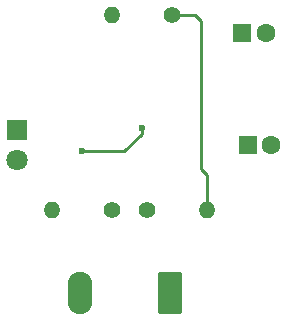
<source format=gbr>
%TF.GenerationSoftware,KiCad,Pcbnew,8.0.5*%
%TF.CreationDate,2024-12-18T15:09:30+03:00*%
%TF.ProjectId,555_badge,3535355f-6261-4646-9765-2e6b69636164,V01*%
%TF.SameCoordinates,Original*%
%TF.FileFunction,Copper,L2,Bot*%
%TF.FilePolarity,Positive*%
%FSLAX46Y46*%
G04 Gerber Fmt 4.6, Leading zero omitted, Abs format (unit mm)*
G04 Created by KiCad (PCBNEW 8.0.5) date 2024-12-18 15:09:30*
%MOMM*%
%LPD*%
G01*
G04 APERTURE LIST*
G04 Aperture macros list*
%AMRoundRect*
0 Rectangle with rounded corners*
0 $1 Rounding radius*
0 $2 $3 $4 $5 $6 $7 $8 $9 X,Y pos of 4 corners*
0 Add a 4 corners polygon primitive as box body*
4,1,4,$2,$3,$4,$5,$6,$7,$8,$9,$2,$3,0*
0 Add four circle primitives for the rounded corners*
1,1,$1+$1,$2,$3*
1,1,$1+$1,$4,$5*
1,1,$1+$1,$6,$7*
1,1,$1+$1,$8,$9*
0 Add four rect primitives between the rounded corners*
20,1,$1+$1,$2,$3,$4,$5,0*
20,1,$1+$1,$4,$5,$6,$7,0*
20,1,$1+$1,$6,$7,$8,$9,0*
20,1,$1+$1,$8,$9,$2,$3,0*%
G04 Aperture macros list end*
%TA.AperFunction,ComponentPad*%
%ADD10R,1.800000X1.800000*%
%TD*%
%TA.AperFunction,ComponentPad*%
%ADD11C,1.800000*%
%TD*%
%TA.AperFunction,ComponentPad*%
%ADD12O,1.400000X1.400000*%
%TD*%
%TA.AperFunction,ComponentPad*%
%ADD13C,1.400000*%
%TD*%
%TA.AperFunction,ComponentPad*%
%ADD14RoundRect,0.250001X0.799999X1.549999X-0.799999X1.549999X-0.799999X-1.549999X0.799999X-1.549999X0*%
%TD*%
%TA.AperFunction,ComponentPad*%
%ADD15O,2.100000X3.600000*%
%TD*%
%TA.AperFunction,ComponentPad*%
%ADD16R,1.600000X1.600000*%
%TD*%
%TA.AperFunction,ComponentPad*%
%ADD17C,1.600000*%
%TD*%
%TA.AperFunction,ViaPad*%
%ADD18C,0.600000*%
%TD*%
%TA.AperFunction,Conductor*%
%ADD19C,0.254000*%
%TD*%
G04 APERTURE END LIST*
D10*
%TO.P,D1,1,K*%
%TO.N,GND*%
X122000000Y-86725000D03*
D11*
%TO.P,D1,2,A*%
%TO.N,Net-(D1-A)*%
X122000000Y-89265000D03*
%TD*%
D12*
%TO.P,R3,2*%
%TO.N,Net-(U1-THR)*%
X129960000Y-77000000D03*
D13*
%TO.P,R3,1*%
%TO.N,Net-(U1-DIS)*%
X135040000Y-77000000D03*
%TD*%
D14*
%TO.P,J1,1,Pin_1*%
%TO.N,Net-(J1-Pin_1)*%
X134900000Y-100500000D03*
D15*
%TO.P,J1,2,Pin_2*%
%TO.N,GND*%
X127280000Y-100500000D03*
%TD*%
D16*
%TO.P,C2,1*%
%TO.N,Net-(U1-THR)*%
X141044888Y-78500000D03*
D17*
%TO.P,C2,2*%
%TO.N,GND*%
X143044888Y-78500000D03*
%TD*%
D16*
%TO.P,C1,1*%
%TO.N,Net-(U1-CV)*%
X141500000Y-88000000D03*
D17*
%TO.P,C1,2*%
%TO.N,GND*%
X143500000Y-88000000D03*
%TD*%
D13*
%TO.P,R2,1*%
%TO.N,Net-(J1-Pin_1)*%
X132960000Y-93500000D03*
D12*
%TO.P,R2,2*%
%TO.N,Net-(U1-DIS)*%
X138040000Y-93500000D03*
%TD*%
D13*
%TO.P,R1,1*%
%TO.N,Net-(U1-Q)*%
X130040000Y-93500000D03*
D12*
%TO.P,R1,2*%
%TO.N,Net-(D1-A)*%
X124960000Y-93500000D03*
%TD*%
D18*
%TO.N,Net-(U1-THR)*%
X132500000Y-86500000D03*
X127500000Y-88500000D03*
%TD*%
D19*
%TO.N,Net-(U1-THR)*%
X132500000Y-87000000D02*
X132500000Y-86500000D01*
X131000000Y-88500000D02*
X132500000Y-87000000D01*
X127500000Y-88500000D02*
X131000000Y-88500000D01*
%TO.N,Net-(U1-DIS)*%
X137500000Y-90000000D02*
X138040000Y-90540000D01*
X138040000Y-90540000D02*
X138040000Y-93500000D01*
X137500000Y-77500000D02*
X137500000Y-90000000D01*
X137000000Y-77000000D02*
X137500000Y-77500000D01*
X135040000Y-77000000D02*
X137000000Y-77000000D01*
%TD*%
M02*

</source>
